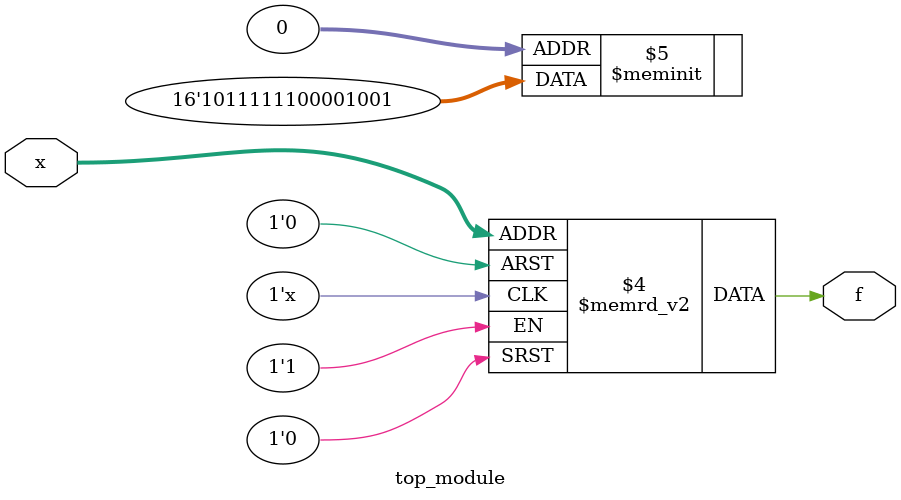
<source format=sv>
module top_module (
	input [4:1] x,
	output logic f
);

	always @(*) begin
		case (x)
			4'b0000: f = 1;
			4'b0001: f = 0;
			4'b0010: f = 0;
			4'b0011: f = 1;
			4'b0100: f = 0;
			4'b0101: f = 0;
			4'b0110: f = 0;
			4'b0111: f = 0;
			4'b1000: f = 1;
			4'b1001: f = 1;
			4'b1010: f = 1;
			4'b1011: f = 1;
			4'b1100: f = 1;
			4'b1101: f = 1;
			4'b1110: f = 0;
			4'b1111: f = 1;
			default: f = 0;
		endcase
	end

endmodule

</source>
